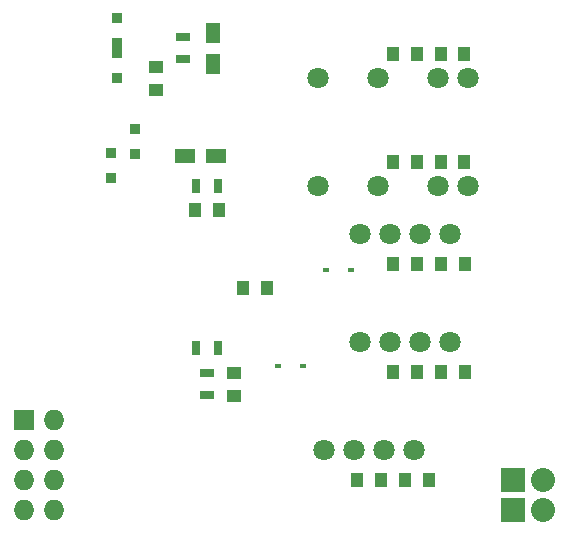
<source format=gbs>
G04 #@! TF.FileFunction,Soldermask,Bot*
%FSLAX46Y46*%
G04 Gerber Fmt 4.6, Leading zero omitted, Abs format (unit mm)*
G04 Created by KiCad (PCBNEW 4.0.2-4+6225~38~ubuntu14.04.1-stable) date Fri 18 Mar 2016 20:07:36 GMT*
%MOMM*%
G01*
G04 APERTURE LIST*
%ADD10C,0.100000*%
%ADD11R,1.000000X1.250000*%
%ADD12R,1.800000X1.230000*%
%ADD13R,1.230000X1.800000*%
%ADD14C,1.800000*%
%ADD15R,0.700000X1.300000*%
%ADD16R,1.300000X0.700000*%
%ADD17R,2.032000X2.032000*%
%ADD18O,2.032000X2.032000*%
%ADD19R,1.727200X1.727200*%
%ADD20O,1.727200X1.727200*%
%ADD21R,0.590000X0.450000*%
%ADD22R,1.250000X1.000000*%
%ADD23R,0.900000X0.900000*%
G04 APERTURE END LIST*
D10*
D11*
X132096000Y-145288000D03*
X134096000Y-145288000D03*
X135144000Y-127000000D03*
X137144000Y-127000000D03*
X135144000Y-136144000D03*
X137144000Y-136144000D03*
X135144000Y-118364000D03*
X137144000Y-118364000D03*
X135144000Y-109220000D03*
X137144000Y-109220000D03*
D12*
X120182000Y-117856000D03*
X117562000Y-117856000D03*
D13*
X119888000Y-110022000D03*
X119888000Y-107402000D03*
D14*
X131826000Y-142748000D03*
X129286000Y-142748000D03*
X134366000Y-142748000D03*
X136906000Y-142748000D03*
X134874000Y-124460000D03*
X132334000Y-124460000D03*
X137414000Y-124460000D03*
X139954000Y-124460000D03*
X134874000Y-133604000D03*
X132334000Y-133604000D03*
X137414000Y-133604000D03*
X139954000Y-133604000D03*
X141478000Y-120396000D03*
X138938000Y-120396000D03*
X133858000Y-120396000D03*
X128778000Y-120396000D03*
X141478000Y-111252000D03*
X138938000Y-111252000D03*
X133858000Y-111252000D03*
X128778000Y-111252000D03*
D15*
X118430000Y-120396000D03*
X120330000Y-120396000D03*
D16*
X117348000Y-107762000D03*
X117348000Y-109662000D03*
D15*
X120330000Y-134112000D03*
X118430000Y-134112000D03*
D16*
X119380000Y-136210000D03*
X119380000Y-138110000D03*
D17*
X145288000Y-147828000D03*
D18*
X147828000Y-147828000D03*
D19*
X103886000Y-140208000D03*
D20*
X106426000Y-140208000D03*
X103886000Y-142748000D03*
X106426000Y-142748000D03*
X103886000Y-145288000D03*
X106426000Y-145288000D03*
X103886000Y-147828000D03*
X106426000Y-147828000D03*
D17*
X145288000Y-145288000D03*
D18*
X147828000Y-145288000D03*
D21*
X125437000Y-135636000D03*
X127547000Y-135636000D03*
X129501000Y-127508000D03*
X131611000Y-127508000D03*
D11*
X136160000Y-145288000D03*
X138160000Y-145288000D03*
X139224000Y-127000000D03*
X141224000Y-127000000D03*
X139224000Y-136144000D03*
X141224000Y-136144000D03*
X141192000Y-118364000D03*
X139192000Y-118364000D03*
X141192000Y-109220000D03*
X139192000Y-109220000D03*
X122460000Y-129032000D03*
X124460000Y-129032000D03*
D22*
X121666000Y-136176000D03*
X121666000Y-138176000D03*
D11*
X118396000Y-122428000D03*
X120396000Y-122428000D03*
D22*
X115062000Y-110268000D03*
X115062000Y-112268000D03*
D23*
X113284000Y-115531000D03*
X113284000Y-117641000D03*
X111760000Y-106133000D03*
X111760000Y-108243000D03*
X111252000Y-117563000D03*
X111252000Y-119673000D03*
X111760000Y-109142000D03*
X111760000Y-111252000D03*
M02*

</source>
